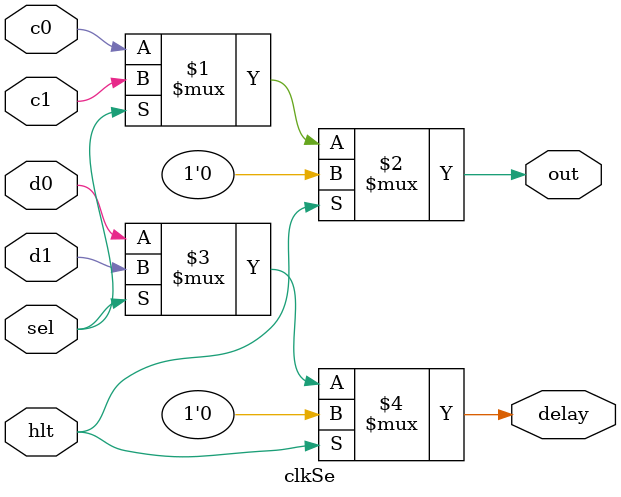
<source format=v>
module clkSe(c0, c1, d0, d1, hlt, sel, out, delay);
input c0, c1, d0, d1, hlt, sel;
output out, delay;
assign out = hlt ? 1'b0 : (sel ? c1 : c0);
assign delay = hlt ? 1'b0 : (sel ? d1 : d0);
endmodule
</source>
